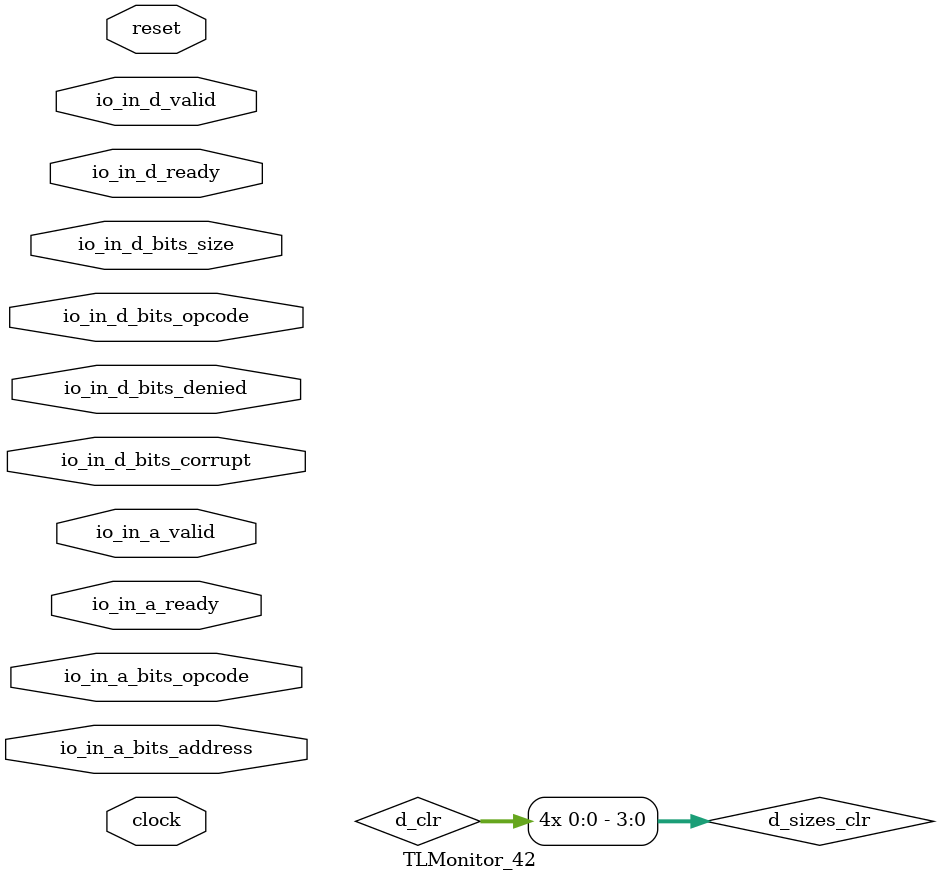
<source format=sv>

`ifndef STOP_COND_
  `ifdef STOP_COND
    `define STOP_COND_ (`STOP_COND)
  `else  // STOP_COND
    `define STOP_COND_ 1
  `endif // STOP_COND
`endif // not def STOP_COND_

// Users can define 'ASSERT_VERBOSE_COND' to add an extra gate to assert error printing.
`ifndef ASSERT_VERBOSE_COND_
  `ifdef ASSERT_VERBOSE_COND
    `define ASSERT_VERBOSE_COND_ (`ASSERT_VERBOSE_COND)
  `else  // ASSERT_VERBOSE_COND
    `define ASSERT_VERBOSE_COND_ 1
  `endif // ASSERT_VERBOSE_COND
`endif // not def ASSERT_VERBOSE_COND_

// Include register initializers in init blocks unless synthesis is set
`ifndef RANDOMIZE
  `ifdef RANDOMIZE_REG_INIT
    `define RANDOMIZE
  `endif // RANDOMIZE_REG_INIT
`endif // not def RANDOMIZE
`ifndef SYNTHESIS
  `ifndef ENABLE_INITIAL_REG_
    `define ENABLE_INITIAL_REG_
  `endif // not def ENABLE_INITIAL_REG_
`endif // not def SYNTHESIS

// Standard header to adapt well known macros for register randomization.

// RANDOM may be set to an expression that produces a 32-bit random unsigned value.
`ifndef RANDOM
  `define RANDOM $random
`endif // not def RANDOM

// Users can define INIT_RANDOM as general code that gets injected into the
// initializer block for modules with registers.
`ifndef INIT_RANDOM
  `define INIT_RANDOM
`endif // not def INIT_RANDOM

// If using random initialization, you can also define RANDOMIZE_DELAY to
// customize the delay used, otherwise 0.002 is used.
`ifndef RANDOMIZE_DELAY
  `define RANDOMIZE_DELAY 0.002
`endif // not def RANDOMIZE_DELAY

// Define INIT_RANDOM_PROLOG_ for use in our modules below.
`ifndef INIT_RANDOM_PROLOG_
  `ifdef RANDOMIZE
    `ifdef VERILATOR
      `define INIT_RANDOM_PROLOG_ `INIT_RANDOM
    `else  // VERILATOR
      `define INIT_RANDOM_PROLOG_ `INIT_RANDOM #`RANDOMIZE_DELAY begin end
    `endif // VERILATOR
  `else  // RANDOMIZE
    `define INIT_RANDOM_PROLOG_
  `endif // RANDOMIZE
`endif // not def INIT_RANDOM_PROLOG_
module TLMonitor_42(	// @[generators/rocket-chip/src/main/scala/tilelink/Monitor.scala:36:7]
  input         clock,	// @[generators/rocket-chip/src/main/scala/tilelink/Monitor.scala:36:7]
  input         reset,	// @[generators/rocket-chip/src/main/scala/tilelink/Monitor.scala:36:7]
  input         io_in_a_ready,	// @[generators/rocket-chip/src/main/scala/tilelink/Monitor.scala:20:14]
  input         io_in_a_valid,	// @[generators/rocket-chip/src/main/scala/tilelink/Monitor.scala:20:14]
  input [2:0]   io_in_a_bits_opcode,	// @[generators/rocket-chip/src/main/scala/tilelink/Monitor.scala:20:14]
  input [127:0] io_in_a_bits_address,	// @[generators/rocket-chip/src/main/scala/tilelink/Monitor.scala:20:14]
  input         io_in_d_ready,	// @[generators/rocket-chip/src/main/scala/tilelink/Monitor.scala:20:14]
  input         io_in_d_valid,	// @[generators/rocket-chip/src/main/scala/tilelink/Monitor.scala:20:14]
  input [2:0]   io_in_d_bits_opcode,	// @[generators/rocket-chip/src/main/scala/tilelink/Monitor.scala:20:14]
  input [1:0]   io_in_d_bits_size,	// @[generators/rocket-chip/src/main/scala/tilelink/Monitor.scala:20:14]
  input         io_in_d_bits_denied,	// @[generators/rocket-chip/src/main/scala/tilelink/Monitor.scala:20:14]
  input         io_in_d_bits_corrupt	// @[generators/rocket-chip/src/main/scala/tilelink/Monitor.scala:20:14]
);

  wire [31:0]  _plusarg_reader_1_out;	// @[generators/rocket-chip/src/main/scala/util/PlusArg.scala:80:11]
  wire [31:0]  _plusarg_reader_out;	// @[generators/rocket-chip/src/main/scala/util/PlusArg.scala:80:11]
  wire         a_first_done = io_in_a_ready & io_in_a_valid;	// @[src/main/scala/chisel3/util/Decoupled.scala:51:35]
  reg          a_first_counter;	// @[generators/rocket-chip/src/main/scala/tilelink/Edges.scala:229:27]
  reg  [2:0]   opcode;	// @[generators/rocket-chip/src/main/scala/tilelink/Monitor.scala:387:22]
  reg  [127:0] address;	// @[generators/rocket-chip/src/main/scala/tilelink/Monitor.scala:391:22]
  reg          d_first_counter;	// @[generators/rocket-chip/src/main/scala/tilelink/Edges.scala:229:27]
  reg  [2:0]   opcode_1;	// @[generators/rocket-chip/src/main/scala/tilelink/Monitor.scala:538:22]
  reg  [1:0]   size_1;	// @[generators/rocket-chip/src/main/scala/tilelink/Monitor.scala:540:22]
  reg          denied;	// @[generators/rocket-chip/src/main/scala/tilelink/Monitor.scala:543:22]
  reg  [1:0]   inflight;	// @[generators/rocket-chip/src/main/scala/tilelink/Monitor.scala:614:27]
  reg  [3:0]   inflight_opcodes;	// @[generators/rocket-chip/src/main/scala/tilelink/Monitor.scala:616:35]
  reg  [3:0]   inflight_sizes;	// @[generators/rocket-chip/src/main/scala/tilelink/Monitor.scala:618:33]
  reg          a_first_counter_1;	// @[generators/rocket-chip/src/main/scala/tilelink/Edges.scala:229:27]
  reg          d_first_counter_1;	// @[generators/rocket-chip/src/main/scala/tilelink/Edges.scala:229:27]
  wire         a_set = a_first_done & ~a_first_counter_1;	// @[generators/rocket-chip/src/main/scala/tilelink/Edges.scala:229:27, :231:25, generators/rocket-chip/src/main/scala/tilelink/Monitor.scala:655:25, src/main/scala/chisel3/util/Decoupled.scala:51:35]
  wire         d_release_ack = io_in_d_bits_opcode == 3'h6;	// @[generators/rocket-chip/src/main/scala/tilelink/Monitor.scala:36:7, :673:46]
  wire         _GEN = io_in_d_bits_opcode != 3'h6;	// @[generators/rocket-chip/src/main/scala/tilelink/Monitor.scala:36:7, :673:46, :674:74]
  reg  [31:0]  watchdog;	// @[generators/rocket-chip/src/main/scala/tilelink/Monitor.scala:709:27]
  reg  [1:0]   inflight_1;	// @[generators/rocket-chip/src/main/scala/tilelink/Monitor.scala:726:35]
  reg  [3:0]   inflight_sizes_1;	// @[generators/rocket-chip/src/main/scala/tilelink/Monitor.scala:728:35]
  reg          d_first_counter_2;	// @[generators/rocket-chip/src/main/scala/tilelink/Edges.scala:229:27]
  reg  [31:0]  watchdog_1;	// @[generators/rocket-chip/src/main/scala/tilelink/Monitor.scala:818:27]
  `ifndef SYNTHESIS	// @[generators/rocket-chip/src/main/scala/tilelink/Monitor.scala:45:11]
    wire [7:0][2:0] _GEN_0 = '{3'h4, 3'h5, 3'h2, 3'h1, 3'h1, 3'h1, 3'h0, 3'h0};
    wire [7:0][2:0] _GEN_1 = '{3'h4, 3'h4, 3'h2, 3'h1, 3'h1, 3'h1, 3'h0, 3'h0};
    wire            _GEN_2 = io_in_a_valid & io_in_a_bits_opcode == 3'h6 & ~reset;	// @[generators/rocket-chip/src/main/scala/tilelink/Monitor.scala:36:7, :45:11, :84:{25,54}]
    wire            _GEN_3 = io_in_a_valid & (&io_in_a_bits_opcode) & ~reset;	// @[generators/rocket-chip/src/main/scala/tilelink/Monitor.scala:45:11, :95:{25,53}]
    wire            _GEN_4 = io_in_a_valid & io_in_a_bits_opcode == 3'h1 & ~reset;	// @[generators/rocket-chip/src/main/scala/tilelink/Monitor.scala:36:7, :45:11, :125:{25,56}]
    wire            _GEN_5 = io_in_a_valid & io_in_a_bits_opcode == 3'h2 & ~reset;	// @[generators/rocket-chip/src/main/scala/tilelink/Monitor.scala:36:7, :45:11, :133:{25,56}]
    wire            _GEN_6 = io_in_a_valid & io_in_a_bits_opcode == 3'h3 & ~reset;	// @[generators/rocket-chip/src/main/scala/tilelink/Monitor.scala:36:7, :45:11, :141:{25,53}]
    wire            _GEN_7 = io_in_a_valid & io_in_a_bits_opcode == 3'h5 & ~reset;	// @[generators/rocket-chip/src/main/scala/tilelink/Monitor.scala:36:7, :45:11, :149:{25,46}]
    wire            _GEN_8 = io_in_d_valid & io_in_d_bits_opcode == 3'h6 & ~reset;	// @[generators/rocket-chip/src/main/scala/tilelink/Monitor.scala:36:7, :45:11, :52:11, :313:{25,52}]
    wire            _GEN_9 = io_in_d_valid & io_in_d_bits_opcode == 3'h4 & ~reset;	// @[generators/rocket-chip/src/main/scala/tilelink/Monitor.scala:36:7, :45:11, :52:11, :321:{25,47}]
    wire            _GEN_10 = io_in_d_valid & io_in_d_bits_opcode == 3'h5 & ~reset;	// @[generators/rocket-chip/src/main/scala/tilelink/Monitor.scala:36:7, :45:11, :52:11, :331:{25,51}]
    wire            _GEN_11 = ~io_in_d_bits_denied | io_in_d_bits_corrupt;	// @[generators/rocket-chip/src/main/scala/tilelink/Monitor.scala:337:{15,30}]
    wire            _GEN_12 = io_in_a_valid & a_first_counter & ~reset;	// @[generators/rocket-chip/src/main/scala/tilelink/Edges.scala:229:27, generators/rocket-chip/src/main/scala/tilelink/Monitor.scala:45:11, :392:19]
    wire            _GEN_13 = io_in_d_valid & d_first_counter & ~reset;	// @[generators/rocket-chip/src/main/scala/tilelink/Edges.scala:229:27, generators/rocket-chip/src/main/scala/tilelink/Monitor.scala:45:11, :52:11, :544:19]
    wire            _same_cycle_resp_T_1 = io_in_a_valid & ~a_first_counter_1;	// @[generators/rocket-chip/src/main/scala/tilelink/Edges.scala:229:27, :231:25, generators/rocket-chip/src/main/scala/tilelink/Monitor.scala:651:26]
    wire            _GEN_14 = io_in_d_valid & ~d_first_counter_1;	// @[generators/rocket-chip/src/main/scala/tilelink/Edges.scala:229:27, :231:25, generators/rocket-chip/src/main/scala/tilelink/Monitor.scala:674:26]
    wire            _GEN_15 = _GEN_14 & _GEN;	// @[generators/rocket-chip/src/main/scala/tilelink/Monitor.scala:673:46, :674:{26,74}, :683:71]
    wire            _GEN_16 = _GEN_15 & _same_cycle_resp_T_1 & ~reset;	// @[generators/rocket-chip/src/main/scala/tilelink/Monitor.scala:45:11, :52:11, :651:26, :683:71, :687:30]
    wire            _GEN_17 = _GEN_15 & ~_same_cycle_resp_T_1 & ~reset;	// @[generators/rocket-chip/src/main/scala/tilelink/Monitor.scala:45:11, :52:11, :651:26, :683:71, :687:30]
    wire [3:0]      _GEN_18 = {2'h0, io_in_d_bits_size};	// @[generators/rocket-chip/src/main/scala/tilelink/Monitor.scala:52:11, :694:36]
    wire            _GEN_19 = io_in_d_valid & ~d_first_counter_2 & d_release_ack & ~reset;	// @[generators/rocket-chip/src/main/scala/tilelink/Edges.scala:229:27, :231:25, generators/rocket-chip/src/main/scala/tilelink/Monitor.scala:45:11, :52:11, :673:46, :784:26, :794:71]
    always @(posedge clock) begin	// @[generators/rocket-chip/src/main/scala/tilelink/Monitor.scala:45:11]
      if (_GEN_2) begin	// @[generators/rocket-chip/src/main/scala/tilelink/Monitor.scala:45:11, :84:54]
        if (`ASSERT_VERBOSE_COND_)	// @[generators/rocket-chip/src/main/scala/tilelink/Monitor.scala:45:11]
          $error("Assertion failed: 'A' channel carries AcquireBlock type which is unexpected using diplomatic parameters (connected at generators/rocket-chip/src/main/scala/devices/tilelink/BusBypass.scala:33:14)\n    at Monitor.scala:45 assert(cond, message)\n");	// @[generators/rocket-chip/src/main/scala/tilelink/Monitor.scala:45:11]
        if (`STOP_COND_)	// @[generators/rocket-chip/src/main/scala/tilelink/Monitor.scala:45:11]
          $fatal;	// @[generators/rocket-chip/src/main/scala/tilelink/Monitor.scala:45:11]
        if (`ASSERT_VERBOSE_COND_)	// @[generators/rocket-chip/src/main/scala/tilelink/Monitor.scala:45:11]
          $error("Assertion failed: 'A' channel carries AcquireBlock from a client which does not support Probe (connected at generators/rocket-chip/src/main/scala/devices/tilelink/BusBypass.scala:33:14)\n    at Monitor.scala:45 assert(cond, message)\n");	// @[generators/rocket-chip/src/main/scala/tilelink/Monitor.scala:45:11]
        if (`STOP_COND_)	// @[generators/rocket-chip/src/main/scala/tilelink/Monitor.scala:45:11]
          $fatal;	// @[generators/rocket-chip/src/main/scala/tilelink/Monitor.scala:45:11]
      end
      if (_GEN_2 & (|(io_in_a_bits_address[1:0]))) begin	// @[generators/rocket-chip/src/main/scala/tilelink/Edges.scala:21:{16,24}, generators/rocket-chip/src/main/scala/tilelink/Monitor.scala:45:11, :84:54]
        if (`ASSERT_VERBOSE_COND_)	// @[generators/rocket-chip/src/main/scala/tilelink/Monitor.scala:45:11]
          $error("Assertion failed: 'A' channel AcquireBlock address not aligned to size (connected at generators/rocket-chip/src/main/scala/devices/tilelink/BusBypass.scala:33:14)\n    at Monitor.scala:45 assert(cond, message)\n");	// @[generators/rocket-chip/src/main/scala/tilelink/Monitor.scala:45:11]
        if (`STOP_COND_)	// @[generators/rocket-chip/src/main/scala/tilelink/Monitor.scala:45:11]
          $fatal;	// @[generators/rocket-chip/src/main/scala/tilelink/Monitor.scala:45:11]
      end
      if (_GEN_3) begin	// @[generators/rocket-chip/src/main/scala/tilelink/Monitor.scala:45:11, :95:53]
        if (`ASSERT_VERBOSE_COND_)	// @[generators/rocket-chip/src/main/scala/tilelink/Monitor.scala:45:11]
          $error("Assertion failed: 'A' channel carries AcquirePerm type which is unexpected using diplomatic parameters (connected at generators/rocket-chip/src/main/scala/devices/tilelink/BusBypass.scala:33:14)\n    at Monitor.scala:45 assert(cond, message)\n");	// @[generators/rocket-chip/src/main/scala/tilelink/Monitor.scala:45:11]
        if (`STOP_COND_)	// @[generators/rocket-chip/src/main/scala/tilelink/Monitor.scala:45:11]
          $fatal;	// @[generators/rocket-chip/src/main/scala/tilelink/Monitor.scala:45:11]
        if (`ASSERT_VERBOSE_COND_)	// @[generators/rocket-chip/src/main/scala/tilelink/Monitor.scala:45:11]
          $error("Assertion failed: 'A' channel carries AcquirePerm from a client which does not support Probe (connected at generators/rocket-chip/src/main/scala/devices/tilelink/BusBypass.scala:33:14)\n    at Monitor.scala:45 assert(cond, message)\n");	// @[generators/rocket-chip/src/main/scala/tilelink/Monitor.scala:45:11]
        if (`STOP_COND_)	// @[generators/rocket-chip/src/main/scala/tilelink/Monitor.scala:45:11]
          $fatal;	// @[generators/rocket-chip/src/main/scala/tilelink/Monitor.scala:45:11]
      end
      if (_GEN_3 & (|(io_in_a_bits_address[1:0]))) begin	// @[generators/rocket-chip/src/main/scala/tilelink/Edges.scala:21:{16,24}, generators/rocket-chip/src/main/scala/tilelink/Monitor.scala:45:11, :95:53]
        if (`ASSERT_VERBOSE_COND_)	// @[generators/rocket-chip/src/main/scala/tilelink/Monitor.scala:45:11]
          $error("Assertion failed: 'A' channel AcquirePerm address not aligned to size (connected at generators/rocket-chip/src/main/scala/devices/tilelink/BusBypass.scala:33:14)\n    at Monitor.scala:45 assert(cond, message)\n");	// @[generators/rocket-chip/src/main/scala/tilelink/Monitor.scala:45:11]
        if (`STOP_COND_)	// @[generators/rocket-chip/src/main/scala/tilelink/Monitor.scala:45:11]
          $fatal;	// @[generators/rocket-chip/src/main/scala/tilelink/Monitor.scala:45:11]
      end
      if (_GEN_3) begin	// @[generators/rocket-chip/src/main/scala/tilelink/Monitor.scala:45:11, :95:53]
        if (`ASSERT_VERBOSE_COND_)	// @[generators/rocket-chip/src/main/scala/tilelink/Monitor.scala:45:11]
          $error("Assertion failed: 'A' channel AcquirePerm requests NtoB (connected at generators/rocket-chip/src/main/scala/devices/tilelink/BusBypass.scala:33:14)\n    at Monitor.scala:45 assert(cond, message)\n");	// @[generators/rocket-chip/src/main/scala/tilelink/Monitor.scala:45:11]
        if (`STOP_COND_)	// @[generators/rocket-chip/src/main/scala/tilelink/Monitor.scala:45:11]
          $fatal;	// @[generators/rocket-chip/src/main/scala/tilelink/Monitor.scala:45:11]
      end
      if (io_in_a_valid & io_in_a_bits_opcode == 3'h4 & ~reset & (|(io_in_a_bits_address[1:0]))) begin	// @[generators/rocket-chip/src/main/scala/tilelink/Edges.scala:21:{16,24}, generators/rocket-chip/src/main/scala/tilelink/Monitor.scala:36:7, :45:11, :107:{25,45}]
        if (`ASSERT_VERBOSE_COND_)	// @[generators/rocket-chip/src/main/scala/tilelink/Monitor.scala:45:11]
          $error("Assertion failed: 'A' channel Get address not aligned to size (connected at generators/rocket-chip/src/main/scala/devices/tilelink/BusBypass.scala:33:14)\n    at Monitor.scala:45 assert(cond, message)\n");	// @[generators/rocket-chip/src/main/scala/tilelink/Monitor.scala:45:11]
        if (`STOP_COND_)	// @[generators/rocket-chip/src/main/scala/tilelink/Monitor.scala:45:11]
          $fatal;	// @[generators/rocket-chip/src/main/scala/tilelink/Monitor.scala:45:11]
      end
      if (io_in_a_valid & io_in_a_bits_opcode == 3'h0 & ~reset & (|(io_in_a_bits_address[1:0]))) begin	// @[generators/rocket-chip/src/main/scala/tilelink/Edges.scala:21:{16,24}, generators/rocket-chip/src/main/scala/tilelink/Monitor.scala:36:7, :45:11, :117:{25,53}]
        if (`ASSERT_VERBOSE_COND_)	// @[generators/rocket-chip/src/main/scala/tilelink/Monitor.scala:45:11]
          $error("Assertion failed: 'A' channel PutFull address not aligned to size (connected at generators/rocket-chip/src/main/scala/devices/tilelink/BusBypass.scala:33:14)\n    at Monitor.scala:45 assert(cond, message)\n");	// @[generators/rocket-chip/src/main/scala/tilelink/Monitor.scala:45:11]
        if (`STOP_COND_)	// @[generators/rocket-chip/src/main/scala/tilelink/Monitor.scala:45:11]
          $fatal;	// @[generators/rocket-chip/src/main/scala/tilelink/Monitor.scala:45:11]
      end
      if (_GEN_4) begin	// @[generators/rocket-chip/src/main/scala/tilelink/Monitor.scala:45:11, :125:56]
        if (`ASSERT_VERBOSE_COND_)	// @[generators/rocket-chip/src/main/scala/tilelink/Monitor.scala:45:11]
          $error("Assertion failed: 'A' channel carries PutPartial type which is unexpected using diplomatic parameters (connected at generators/rocket-chip/src/main/scala/devices/tilelink/BusBypass.scala:33:14)\n    at Monitor.scala:45 assert(cond, message)\n");	// @[generators/rocket-chip/src/main/scala/tilelink/Monitor.scala:45:11]
        if (`STOP_COND_)	// @[generators/rocket-chip/src/main/scala/tilelink/Monitor.scala:45:11]
          $fatal;	// @[generators/rocket-chip/src/main/scala/tilelink/Monitor.scala:45:11]
      end
      if (_GEN_4 & (|(io_in_a_bits_address[1:0]))) begin	// @[generators/rocket-chip/src/main/scala/tilelink/Edges.scala:21:{16,24}, generators/rocket-chip/src/main/scala/tilelink/Monitor.scala:45:11, :125:56]
        if (`ASSERT_VERBOSE_COND_)	// @[generators/rocket-chip/src/main/scala/tilelink/Monitor.scala:45:11]
          $error("Assertion failed: 'A' channel PutPartial address not aligned to size (connected at generators/rocket-chip/src/main/scala/devices/tilelink/BusBypass.scala:33:14)\n    at Monitor.scala:45 assert(cond, message)\n");	// @[generators/rocket-chip/src/main/scala/tilelink/Monitor.scala:45:11]
        if (`STOP_COND_)	// @[generators/rocket-chip/src/main/scala/tilelink/Monitor.scala:45:11]
          $fatal;	// @[generators/rocket-chip/src/main/scala/tilelink/Monitor.scala:45:11]
      end
      if (_GEN_5) begin	// @[generators/rocket-chip/src/main/scala/tilelink/Monitor.scala:45:11, :133:56]
        if (`ASSERT_VERBOSE_COND_)	// @[generators/rocket-chip/src/main/scala/tilelink/Monitor.scala:45:11]
          $error("Assertion failed: 'A' channel carries Arithmetic type which is unexpected using diplomatic parameters (connected at generators/rocket-chip/src/main/scala/devices/tilelink/BusBypass.scala:33:14)\n    at Monitor.scala:45 assert(cond, message)\n");	// @[generators/rocket-chip/src/main/scala/tilelink/Monitor.scala:45:11]
        if (`STOP_COND_)	// @[generators/rocket-chip/src/main/scala/tilelink/Monitor.scala:45:11]
          $fatal;	// @[generators/rocket-chip/src/main/scala/tilelink/Monitor.scala:45:11]
      end
      if (_GEN_5 & (|(io_in_a_bits_address[1:0]))) begin	// @[generators/rocket-chip/src/main/scala/tilelink/Edges.scala:21:{16,24}, generators/rocket-chip/src/main/scala/tilelink/Monitor.scala:45:11, :133:56]
        if (`ASSERT_VERBOSE_COND_)	// @[generators/rocket-chip/src/main/scala/tilelink/Monitor.scala:45:11]
          $error("Assertion failed: 'A' channel Arithmetic address not aligned to size (connected at generators/rocket-chip/src/main/scala/devices/tilelink/BusBypass.scala:33:14)\n    at Monitor.scala:45 assert(cond, message)\n");	// @[generators/rocket-chip/src/main/scala/tilelink/Monitor.scala:45:11]
        if (`STOP_COND_)	// @[generators/rocket-chip/src/main/scala/tilelink/Monitor.scala:45:11]
          $fatal;	// @[generators/rocket-chip/src/main/scala/tilelink/Monitor.scala:45:11]
      end
      if (_GEN_6) begin	// @[generators/rocket-chip/src/main/scala/tilelink/Monitor.scala:45:11, :141:53]
        if (`ASSERT_VERBOSE_COND_)	// @[generators/rocket-chip/src/main/scala/tilelink/Monitor.scala:45:11]
          $error("Assertion failed: 'A' channel carries Logical type which is unexpected using diplomatic parameters (connected at generators/rocket-chip/src/main/scala/devices/tilelink/BusBypass.scala:33:14)\n    at Monitor.scala:45 assert(cond, message)\n");	// @[generators/rocket-chip/src/main/scala/tilelink/Monitor.scala:45:11]
        if (`STOP_COND_)	// @[generators/rocket-chip/src/main/scala/tilelink/Monitor.scala:45:11]
          $fatal;	// @[generators/rocket-chip/src/main/scala/tilelink/Monitor.scala:45:11]
      end
      if (_GEN_6 & (|(io_in_a_bits_address[1:0]))) begin	// @[generators/rocket-chip/src/main/scala/tilelink/Edges.scala:21:{16,24}, generators/rocket-chip/src/main/scala/tilelink/Monitor.scala:45:11, :141:53]
        if (`ASSERT_VERBOSE_COND_)	// @[generators/rocket-chip/src/main/scala/tilelink/Monitor.scala:45:11]
          $error("Assertion failed: 'A' channel Logical address not aligned to size (connected at generators/rocket-chip/src/main/scala/devices/tilelink/BusBypass.scala:33:14)\n    at Monitor.scala:45 assert(cond, message)\n");	// @[generators/rocket-chip/src/main/scala/tilelink/Monitor.scala:45:11]
        if (`STOP_COND_)	// @[generators/rocket-chip/src/main/scala/tilelink/Monitor.scala:45:11]
          $fatal;	// @[generators/rocket-chip/src/main/scala/tilelink/Monitor.scala:45:11]
      end
      if (_GEN_7) begin	// @[generators/rocket-chip/src/main/scala/tilelink/Monitor.scala:45:11, :149:46]
        if (`ASSERT_VERBOSE_COND_)	// @[generators/rocket-chip/src/main/scala/tilelink/Monitor.scala:45:11]
          $error("Assertion failed: 'A' channel carries Hint type which is unexpected using diplomatic parameters (connected at generators/rocket-chip/src/main/scala/devices/tilelink/BusBypass.scala:33:14)\n    at Monitor.scala:45 assert(cond, message)\n");	// @[generators/rocket-chip/src/main/scala/tilelink/Monitor.scala:45:11]
        if (`STOP_COND_)	// @[generators/rocket-chip/src/main/scala/tilelink/Monitor.scala:45:11]
          $fatal;	// @[generators/rocket-chip/src/main/scala/tilelink/Monitor.scala:45:11]
      end
      if (_GEN_7 & (|(io_in_a_bits_address[1:0]))) begin	// @[generators/rocket-chip/src/main/scala/tilelink/Edges.scala:21:{16,24}, generators/rocket-chip/src/main/scala/tilelink/Monitor.scala:45:11, :149:46]
        if (`ASSERT_VERBOSE_COND_)	// @[generators/rocket-chip/src/main/scala/tilelink/Monitor.scala:45:11]
          $error("Assertion failed: 'A' channel Hint address not aligned to size (connected at generators/rocket-chip/src/main/scala/devices/tilelink/BusBypass.scala:33:14)\n    at Monitor.scala:45 assert(cond, message)\n");	// @[generators/rocket-chip/src/main/scala/tilelink/Monitor.scala:45:11]
        if (`STOP_COND_)	// @[generators/rocket-chip/src/main/scala/tilelink/Monitor.scala:45:11]
          $fatal;	// @[generators/rocket-chip/src/main/scala/tilelink/Monitor.scala:45:11]
      end
      if (io_in_d_valid & ~reset & (&io_in_d_bits_opcode)) begin	// @[generators/rocket-chip/src/main/scala/tilelink/Bundles.scala:45:24, generators/rocket-chip/src/main/scala/tilelink/Monitor.scala:45:11, :52:11]
        if (`ASSERT_VERBOSE_COND_)	// @[generators/rocket-chip/src/main/scala/tilelink/Monitor.scala:52:11]
          $error("Assertion failed: 'D' channel has invalid opcode (connected at generators/rocket-chip/src/main/scala/devices/tilelink/BusBypass.scala:33:14)\n    at Monitor.scala:52 assert(cond, message)\n");	// @[generators/rocket-chip/src/main/scala/tilelink/Monitor.scala:52:11]
        if (`STOP_COND_)	// @[generators/rocket-chip/src/main/scala/tilelink/Monitor.scala:52:11]
          $fatal;	// @[generators/rocket-chip/src/main/scala/tilelink/Monitor.scala:52:11]
      end
      if (_GEN_8 & ~(io_in_d_bits_size[1])) begin	// @[generators/rocket-chip/src/main/scala/tilelink/Monitor.scala:52:11, :313:52, :315:27]
        if (`ASSERT_VERBOSE_COND_)	// @[generators/rocket-chip/src/main/scala/tilelink/Monitor.scala:52:11]
          $error("Assertion failed: 'D' channel ReleaseAck smaller than a beat (connected at generators/rocket-chip/src/main/scala/devices/tilelink/BusBypass.scala:33:14)\n    at Monitor.scala:52 assert(cond, message)\n");	// @[generators/rocket-chip/src/main/scala/tilelink/Monitor.scala:52:11]
        if (`STOP_COND_)	// @[generators/rocket-chip/src/main/scala/tilelink/Monitor.scala:52:11]
          $fatal;	// @[generators/rocket-chip/src/main/scala/tilelink/Monitor.scala:52:11]
      end
      if (_GEN_8 & io_in_d_bits_corrupt) begin	// @[generators/rocket-chip/src/main/scala/tilelink/Monitor.scala:52:11, :313:52]
        if (`ASSERT_VERBOSE_COND_)	// @[generators/rocket-chip/src/main/scala/tilelink/Monitor.scala:52:11]
          $error("Assertion failed: 'D' channel ReleaseAck is corrupt (connected at generators/rocket-chip/src/main/scala/devices/tilelink/BusBypass.scala:33:14)\n    at Monitor.scala:52 assert(cond, message)\n");	// @[generators/rocket-chip/src/main/scala/tilelink/Monitor.scala:52:11]
        if (`STOP_COND_)	// @[generators/rocket-chip/src/main/scala/tilelink/Monitor.scala:52:11]
          $fatal;	// @[generators/rocket-chip/src/main/scala/tilelink/Monitor.scala:52:11]
      end
      if (_GEN_8 & io_in_d_bits_denied) begin	// @[generators/rocket-chip/src/main/scala/tilelink/Monitor.scala:52:11, :313:52]
        if (`ASSERT_VERBOSE_COND_)	// @[generators/rocket-chip/src/main/scala/tilelink/Monitor.scala:52:11]
          $error("Assertion failed: 'D' channel ReleaseAck is denied (connected at generators/rocket-chip/src/main/scala/devices/tilelink/BusBypass.scala:33:14)\n    at Monitor.scala:52 assert(cond, message)\n");	// @[generators/rocket-chip/src/main/scala/tilelink/Monitor.scala:52:11]
        if (`STOP_COND_)	// @[generators/rocket-chip/src/main/scala/tilelink/Monitor.scala:52:11]
          $fatal;	// @[generators/rocket-chip/src/main/scala/tilelink/Monitor.scala:52:11]
      end
      if (_GEN_9 & ~(io_in_d_bits_size[1])) begin	// @[generators/rocket-chip/src/main/scala/tilelink/Monitor.scala:52:11, :315:27, :321:47]
        if (`ASSERT_VERBOSE_COND_)	// @[generators/rocket-chip/src/main/scala/tilelink/Monitor.scala:52:11]
          $error("Assertion failed: 'D' channel Grant smaller than a beat (connected at generators/rocket-chip/src/main/scala/devices/tilelink/BusBypass.scala:33:14)\n    at Monitor.scala:52 assert(cond, message)\n");	// @[generators/rocket-chip/src/main/scala/tilelink/Monitor.scala:52:11]
        if (`STOP_COND_)	// @[generators/rocket-chip/src/main/scala/tilelink/Monitor.scala:52:11]
          $fatal;	// @[generators/rocket-chip/src/main/scala/tilelink/Monitor.scala:52:11]
      end
      if (_GEN_9 & io_in_d_bits_corrupt) begin	// @[generators/rocket-chip/src/main/scala/tilelink/Monitor.scala:52:11, :321:47]
        if (`ASSERT_VERBOSE_COND_)	// @[generators/rocket-chip/src/main/scala/tilelink/Monitor.scala:52:11]
          $error("Assertion failed: 'D' channel Grant is corrupt (connected at generators/rocket-chip/src/main/scala/devices/tilelink/BusBypass.scala:33:14)\n    at Monitor.scala:52 assert(cond, message)\n");	// @[generators/rocket-chip/src/main/scala/tilelink/Monitor.scala:52:11]
        if (`STOP_COND_)	// @[generators/rocket-chip/src/main/scala/tilelink/Monitor.scala:52:11]
          $fatal;	// @[generators/rocket-chip/src/main/scala/tilelink/Monitor.scala:52:11]
      end
      if (_GEN_10 & ~(io_in_d_bits_size[1])) begin	// @[generators/rocket-chip/src/main/scala/tilelink/Monitor.scala:52:11, :315:27, :331:51]
        if (`ASSERT_VERBOSE_COND_)	// @[generators/rocket-chip/src/main/scala/tilelink/Monitor.scala:52:11]
          $error("Assertion failed: 'D' channel GrantData smaller than a beat (connected at generators/rocket-chip/src/main/scala/devices/tilelink/BusBypass.scala:33:14)\n    at Monitor.scala:52 assert(cond, message)\n");	// @[generators/rocket-chip/src/main/scala/tilelink/Monitor.scala:52:11]
        if (`STOP_COND_)	// @[generators/rocket-chip/src/main/scala/tilelink/Monitor.scala:52:11]
          $fatal;	// @[generators/rocket-chip/src/main/scala/tilelink/Monitor.scala:52:11]
      end
      if (_GEN_10 & ~_GEN_11) begin	// @[generators/rocket-chip/src/main/scala/tilelink/Monitor.scala:52:11, :331:51, :337:30]
        if (`ASSERT_VERBOSE_COND_)	// @[generators/rocket-chip/src/main/scala/tilelink/Monitor.scala:52:11]
          $error("Assertion failed: 'D' channel GrantData is denied but not corrupt (connected at generators/rocket-chip/src/main/scala/devices/tilelink/BusBypass.scala:33:14)\n    at Monitor.scala:52 assert(cond, message)\n");	// @[generators/rocket-chip/src/main/scala/tilelink/Monitor.scala:52:11]
        if (`STOP_COND_)	// @[generators/rocket-chip/src/main/scala/tilelink/Monitor.scala:52:11]
          $fatal;	// @[generators/rocket-chip/src/main/scala/tilelink/Monitor.scala:52:11]
      end
      if (io_in_d_valid & io_in_d_bits_opcode == 3'h0 & ~reset & io_in_d_bits_corrupt) begin	// @[generators/rocket-chip/src/main/scala/tilelink/Monitor.scala:36:7, :45:11, :52:11, :341:{25,51}]
        if (`ASSERT_VERBOSE_COND_)	// @[generators/rocket-chip/src/main/scala/tilelink/Monitor.scala:52:11]
          $error("Assertion failed: 'D' channel AccessAck is corrupt (connected at generators/rocket-chip/src/main/scala/devices/tilelink/BusBypass.scala:33:14)\n    at Monitor.scala:52 assert(cond, message)\n");	// @[generators/rocket-chip/src/main/scala/tilelink/Monitor.scala:52:11]
        if (`STOP_COND_)	// @[generators/rocket-chip/src/main/scala/tilelink/Monitor.scala:52:11]
          $fatal;	// @[generators/rocket-chip/src/main/scala/tilelink/Monitor.scala:52:11]
      end
      if (io_in_d_valid & io_in_d_bits_opcode == 3'h1 & ~reset & ~_GEN_11) begin	// @[generators/rocket-chip/src/main/scala/tilelink/Monitor.scala:36:7, :45:11, :52:11, :337:30, :349:{25,55}]
        if (`ASSERT_VERBOSE_COND_)	// @[generators/rocket-chip/src/main/scala/tilelink/Monitor.scala:52:11]
          $error("Assertion failed: 'D' channel AccessAckData is denied but not corrupt (connected at generators/rocket-chip/src/main/scala/devices/tilelink/BusBypass.scala:33:14)\n    at Monitor.scala:52 assert(cond, message)\n");	// @[generators/rocket-chip/src/main/scala/tilelink/Monitor.scala:52:11]
        if (`STOP_COND_)	// @[generators/rocket-chip/src/main/scala/tilelink/Monitor.scala:52:11]
          $fatal;	// @[generators/rocket-chip/src/main/scala/tilelink/Monitor.scala:52:11]
      end
      if (io_in_d_valid & io_in_d_bits_opcode == 3'h2 & ~reset & io_in_d_bits_corrupt) begin	// @[generators/rocket-chip/src/main/scala/tilelink/Monitor.scala:36:7, :45:11, :52:11, :357:{25,49}]
        if (`ASSERT_VERBOSE_COND_)	// @[generators/rocket-chip/src/main/scala/tilelink/Monitor.scala:52:11]
          $error("Assertion failed: 'D' channel HintAck is corrupt (connected at generators/rocket-chip/src/main/scala/devices/tilelink/BusBypass.scala:33:14)\n    at Monitor.scala:52 assert(cond, message)\n");	// @[generators/rocket-chip/src/main/scala/tilelink/Monitor.scala:52:11]
        if (`STOP_COND_)	// @[generators/rocket-chip/src/main/scala/tilelink/Monitor.scala:52:11]
          $fatal;	// @[generators/rocket-chip/src/main/scala/tilelink/Monitor.scala:52:11]
      end
      if (_GEN_12 & io_in_a_bits_opcode != opcode) begin	// @[generators/rocket-chip/src/main/scala/tilelink/Monitor.scala:45:11, :387:22, :392:19, :393:32]
        if (`ASSERT_VERBOSE_COND_)	// @[generators/rocket-chip/src/main/scala/tilelink/Monitor.scala:45:11]
          $error("Assertion failed: 'A' channel opcode changed within multibeat operation (connected at generators/rocket-chip/src/main/scala/devices/tilelink/BusBypass.scala:33:14)\n    at Monitor.scala:45 assert(cond, message)\n");	// @[generators/rocket-chip/src/main/scala/tilelink/Monitor.scala:45:11]
        if (`STOP_COND_)	// @[generators/rocket-chip/src/main/scala/tilelink/Monitor.scala:45:11]
          $fatal;	// @[generators/rocket-chip/src/main/scala/tilelink/Monitor.scala:45:11]
      end
      if (_GEN_12 & io_in_a_bits_address != address) begin	// @[generators/rocket-chip/src/main/scala/tilelink/Monitor.scala:45:11, :391:22, :392:19, :397:32]
        if (`ASSERT_VERBOSE_COND_)	// @[generators/rocket-chip/src/main/scala/tilelink/Monitor.scala:45:11]
          $error("Assertion failed: 'A' channel address changed with multibeat operation (connected at generators/rocket-chip/src/main/scala/devices/tilelink/BusBypass.scala:33:14)\n    at Monitor.scala:45 assert(cond, message)\n");	// @[generators/rocket-chip/src/main/scala/tilelink/Monitor.scala:45:11]
        if (`STOP_COND_)	// @[generators/rocket-chip/src/main/scala/tilelink/Monitor.scala:45:11]
          $fatal;	// @[generators/rocket-chip/src/main/scala/tilelink/Monitor.scala:45:11]
      end
      if (_GEN_13 & io_in_d_bits_opcode != opcode_1) begin	// @[generators/rocket-chip/src/main/scala/tilelink/Monitor.scala:52:11, :538:22, :544:19, :545:29]
        if (`ASSERT_VERBOSE_COND_)	// @[generators/rocket-chip/src/main/scala/tilelink/Monitor.scala:52:11]
          $error("Assertion failed: 'D' channel opcode changed within multibeat operation (connected at generators/rocket-chip/src/main/scala/devices/tilelink/BusBypass.scala:33:14)\n    at Monitor.scala:52 assert(cond, message)\n");	// @[generators/rocket-chip/src/main/scala/tilelink/Monitor.scala:52:11]
        if (`STOP_COND_)	// @[generators/rocket-chip/src/main/scala/tilelink/Monitor.scala:52:11]
          $fatal;	// @[generators/rocket-chip/src/main/scala/tilelink/Monitor.scala:52:11]
      end
      if (_GEN_13 & io_in_d_bits_size != size_1) begin	// @[generators/rocket-chip/src/main/scala/tilelink/Monitor.scala:52:11, :540:22, :544:19, :547:29]
        if (`ASSERT_VERBOSE_COND_)	// @[generators/rocket-chip/src/main/scala/tilelink/Monitor.scala:52:11]
          $error("Assertion failed: 'D' channel size changed within multibeat operation (connected at generators/rocket-chip/src/main/scala/devices/tilelink/BusBypass.scala:33:14)\n    at Monitor.scala:52 assert(cond, message)\n");	// @[generators/rocket-chip/src/main/scala/tilelink/Monitor.scala:52:11]
        if (`STOP_COND_)	// @[generators/rocket-chip/src/main/scala/tilelink/Monitor.scala:52:11]
          $fatal;	// @[generators/rocket-chip/src/main/scala/tilelink/Monitor.scala:52:11]
      end
      if (_GEN_13 & io_in_d_bits_denied != denied) begin	// @[generators/rocket-chip/src/main/scala/tilelink/Monitor.scala:52:11, :543:22, :544:19, :550:29]
        if (`ASSERT_VERBOSE_COND_)	// @[generators/rocket-chip/src/main/scala/tilelink/Monitor.scala:52:11]
          $error("Assertion failed: 'D' channel denied changed with multibeat operation (connected at generators/rocket-chip/src/main/scala/devices/tilelink/BusBypass.scala:33:14)\n    at Monitor.scala:52 assert(cond, message)\n");	// @[generators/rocket-chip/src/main/scala/tilelink/Monitor.scala:52:11]
        if (`STOP_COND_)	// @[generators/rocket-chip/src/main/scala/tilelink/Monitor.scala:52:11]
          $fatal;	// @[generators/rocket-chip/src/main/scala/tilelink/Monitor.scala:52:11]
      end
      if (a_set & ~reset & inflight[0]) begin	// @[generators/rocket-chip/src/main/scala/tilelink/Monitor.scala:45:11, :614:27, :655:25, :661:26]
        if (`ASSERT_VERBOSE_COND_)	// @[generators/rocket-chip/src/main/scala/tilelink/Monitor.scala:45:11]
          $error("Assertion failed: 'A' channel re-used a source ID (connected at generators/rocket-chip/src/main/scala/devices/tilelink/BusBypass.scala:33:14)\n    at Monitor.scala:45 assert(cond, message)\n");	// @[generators/rocket-chip/src/main/scala/tilelink/Monitor.scala:45:11]
        if (`STOP_COND_)	// @[generators/rocket-chip/src/main/scala/tilelink/Monitor.scala:45:11]
          $fatal;	// @[generators/rocket-chip/src/main/scala/tilelink/Monitor.scala:45:11]
      end
      if (_GEN_15 & ~reset & ~(inflight[0] | _same_cycle_resp_T_1)) begin	// @[generators/rocket-chip/src/main/scala/tilelink/Monitor.scala:45:11, :52:11, :614:27, :651:26, :661:26, :683:71, :685:49]
        if (`ASSERT_VERBOSE_COND_)	// @[generators/rocket-chip/src/main/scala/tilelink/Monitor.scala:52:11]
          $error("Assertion failed: 'D' channel acknowledged for nothing inflight (connected at generators/rocket-chip/src/main/scala/devices/tilelink/BusBypass.scala:33:14)\n    at Monitor.scala:52 assert(cond, message)\n");	// @[generators/rocket-chip/src/main/scala/tilelink/Monitor.scala:52:11]
        if (`STOP_COND_)	// @[generators/rocket-chip/src/main/scala/tilelink/Monitor.scala:52:11]
          $fatal;	// @[generators/rocket-chip/src/main/scala/tilelink/Monitor.scala:52:11]
      end
      if (_GEN_16 & ~(io_in_d_bits_opcode == _GEN_1[io_in_a_bits_opcode] | io_in_d_bits_opcode == _GEN_0[io_in_a_bits_opcode])) begin	// @[generators/rocket-chip/src/main/scala/tilelink/Monitor.scala:52:11, :687:30, :688:{38,77}, :689:39]
        if (`ASSERT_VERBOSE_COND_)	// @[generators/rocket-chip/src/main/scala/tilelink/Monitor.scala:52:11]
          $error("Assertion failed: 'D' channel contains improper opcode response (connected at generators/rocket-chip/src/main/scala/devices/tilelink/BusBypass.scala:33:14)\n    at Monitor.scala:52 assert(cond, message)\n");	// @[generators/rocket-chip/src/main/scala/tilelink/Monitor.scala:52:11]
        if (`STOP_COND_)	// @[generators/rocket-chip/src/main/scala/tilelink/Monitor.scala:52:11]
          $fatal;	// @[generators/rocket-chip/src/main/scala/tilelink/Monitor.scala:52:11]
      end
      if (_GEN_16 & io_in_d_bits_size != 2'h2) begin	// @[generators/rocket-chip/src/main/scala/tilelink/Monitor.scala:52:11, :687:30, :690:36]
        if (`ASSERT_VERBOSE_COND_)	// @[generators/rocket-chip/src/main/scala/tilelink/Monitor.scala:52:11]
          $error("Assertion failed: 'D' channel contains improper response size (connected at generators/rocket-chip/src/main/scala/devices/tilelink/BusBypass.scala:33:14)\n    at Monitor.scala:52 assert(cond, message)\n");	// @[generators/rocket-chip/src/main/scala/tilelink/Monitor.scala:52:11]
        if (`STOP_COND_)	// @[generators/rocket-chip/src/main/scala/tilelink/Monitor.scala:52:11]
          $fatal;	// @[generators/rocket-chip/src/main/scala/tilelink/Monitor.scala:52:11]
      end
      if (_GEN_17 & ~(io_in_d_bits_opcode == _GEN_1[inflight_opcodes[3:1]] | io_in_d_bits_opcode == _GEN_0[inflight_opcodes[3:1]])) begin	// @[generators/rocket-chip/src/main/scala/tilelink/Monitor.scala:52:11, :616:35, :637:152, :687:30, :692:{38,72}, :693:38]
        if (`ASSERT_VERBOSE_COND_)	// @[generators/rocket-chip/src/main/scala/tilelink/Monitor.scala:52:11]
          $error("Assertion failed: 'D' channel contains improper opcode response (connected at generators/rocket-chip/src/main/scala/devices/tilelink/BusBypass.scala:33:14)\n    at Monitor.scala:52 assert(cond, message)\n");	// @[generators/rocket-chip/src/main/scala/tilelink/Monitor.scala:52:11]
        if (`STOP_COND_)	// @[generators/rocket-chip/src/main/scala/tilelink/Monitor.scala:52:11]
          $fatal;	// @[generators/rocket-chip/src/main/scala/tilelink/Monitor.scala:52:11]
      end
      if (_GEN_17 & _GEN_18 != {1'h0, inflight_sizes[3:1]}) begin	// @[generators/rocket-chip/src/main/scala/tilelink/Monitor.scala:52:11, :618:33, :641:{19,144}, :687:30, :694:36]
        if (`ASSERT_VERBOSE_COND_)	// @[generators/rocket-chip/src/main/scala/tilelink/Monitor.scala:52:11]
          $error("Assertion failed: 'D' channel contains improper response size (connected at generators/rocket-chip/src/main/scala/devices/tilelink/BusBypass.scala:33:14)\n    at Monitor.scala:52 assert(cond, message)\n");	// @[generators/rocket-chip/src/main/scala/tilelink/Monitor.scala:52:11]
        if (`STOP_COND_)	// @[generators/rocket-chip/src/main/scala/tilelink/Monitor.scala:52:11]
          $fatal;	// @[generators/rocket-chip/src/main/scala/tilelink/Monitor.scala:52:11]
      end
      if (_GEN_14 & ~a_first_counter_1 & io_in_a_valid & _GEN & ~reset & ~(~io_in_d_ready | io_in_a_ready)) begin	// @[generators/rocket-chip/src/main/scala/tilelink/Edges.scala:229:27, :231:25, generators/rocket-chip/src/main/scala/tilelink/Monitor.scala:45:11, :52:11, :673:46, :674:{26,74}, :697:{36,47,116}, :698:{15,32}]
        if (`ASSERT_VERBOSE_COND_)	// @[generators/rocket-chip/src/main/scala/tilelink/Monitor.scala:52:11]
          $error("Assertion failed: ready check\n    at Monitor.scala:52 assert(cond, message)\n");	// @[generators/rocket-chip/src/main/scala/tilelink/Monitor.scala:52:11]
        if (`STOP_COND_)	// @[generators/rocket-chip/src/main/scala/tilelink/Monitor.scala:52:11]
          $fatal;	// @[generators/rocket-chip/src/main/scala/tilelink/Monitor.scala:52:11]
      end
      if (~reset & ~(inflight == 2'h0 | _plusarg_reader_out == 32'h0 | watchdog < _plusarg_reader_out)) begin	// @[generators/rocket-chip/src/main/scala/tilelink/Monitor.scala:45:11, :614:27, :709:27, :712:{26,30,39,47,59}, generators/rocket-chip/src/main/scala/util/PlusArg.scala:80:11]
        if (`ASSERT_VERBOSE_COND_)	// @[generators/rocket-chip/src/main/scala/tilelink/Monitor.scala:45:11]
          $error("Assertion failed: TileLink timeout expired (connected at generators/rocket-chip/src/main/scala/devices/tilelink/BusBypass.scala:33:14)\n    at Monitor.scala:45 assert(cond, message)\n");	// @[generators/rocket-chip/src/main/scala/tilelink/Monitor.scala:45:11]
        if (`STOP_COND_)	// @[generators/rocket-chip/src/main/scala/tilelink/Monitor.scala:45:11]
          $fatal;	// @[generators/rocket-chip/src/main/scala/tilelink/Monitor.scala:45:11]
      end
      if (_GEN_19 & ~(inflight_1[0])) begin	// @[generators/rocket-chip/src/main/scala/tilelink/Monitor.scala:52:11, :726:35, :784:26, :794:71, :796:25]
        if (`ASSERT_VERBOSE_COND_)	// @[generators/rocket-chip/src/main/scala/tilelink/Monitor.scala:52:11]
          $error("Assertion failed: 'D' channel acknowledged for nothing inflight (connected at generators/rocket-chip/src/main/scala/devices/tilelink/BusBypass.scala:33:14)\n    at Monitor.scala:52 assert(cond, message)\n");	// @[generators/rocket-chip/src/main/scala/tilelink/Monitor.scala:52:11]
        if (`STOP_COND_)	// @[generators/rocket-chip/src/main/scala/tilelink/Monitor.scala:52:11]
          $fatal;	// @[generators/rocket-chip/src/main/scala/tilelink/Monitor.scala:52:11]
      end
      if (_GEN_19 & _GEN_18 != {1'h0, inflight_sizes_1[3:1]}) begin	// @[generators/rocket-chip/src/main/scala/tilelink/Monitor.scala:52:11, :694:36, :728:35, :750:{21,146}, :784:26, :794:71, :800:36]
        if (`ASSERT_VERBOSE_COND_)	// @[generators/rocket-chip/src/main/scala/tilelink/Monitor.scala:52:11]
          $error("Assertion failed: 'D' channel contains improper response size (connected at generators/rocket-chip/src/main/scala/devices/tilelink/BusBypass.scala:33:14)\n    at Monitor.scala:52 assert(cond, message)\n");	// @[generators/rocket-chip/src/main/scala/tilelink/Monitor.scala:52:11]
        if (`STOP_COND_)	// @[generators/rocket-chip/src/main/scala/tilelink/Monitor.scala:52:11]
          $fatal;	// @[generators/rocket-chip/src/main/scala/tilelink/Monitor.scala:52:11]
      end
      if (~reset & ~(inflight_1 == 2'h0 | _plusarg_reader_1_out == 32'h0 | watchdog_1 < _plusarg_reader_1_out)) begin	// @[generators/rocket-chip/src/main/scala/tilelink/Monitor.scala:45:11, :726:35, :818:27, :821:{26,30,39,47,59}, generators/rocket-chip/src/main/scala/util/PlusArg.scala:80:11]
        if (`ASSERT_VERBOSE_COND_)	// @[generators/rocket-chip/src/main/scala/tilelink/Monitor.scala:45:11]
          $error("Assertion failed: TileLink timeout expired (connected at generators/rocket-chip/src/main/scala/devices/tilelink/BusBypass.scala:33:14)\n    at Monitor.scala:45 assert(cond, message)\n");	// @[generators/rocket-chip/src/main/scala/tilelink/Monitor.scala:45:11]
        if (`STOP_COND_)	// @[generators/rocket-chip/src/main/scala/tilelink/Monitor.scala:45:11]
          $fatal;	// @[generators/rocket-chip/src/main/scala/tilelink/Monitor.scala:45:11]
      end
    end // always @(posedge)
  `endif // not def SYNTHESIS
  wire         d_first_done = io_in_d_ready & io_in_d_valid;	// @[src/main/scala/chisel3/util/Decoupled.scala:51:35]
  wire         d_clr = d_first_done & ~d_first_counter_1 & _GEN;	// @[generators/rocket-chip/src/main/scala/tilelink/Edges.scala:229:27, :231:25, generators/rocket-chip/src/main/scala/tilelink/Monitor.scala:673:46, :674:74, :678:{25,70}, src/main/scala/chisel3/util/Decoupled.scala:51:35]
  wire [3:0]   d_sizes_clr = {4{d_clr}};	// @[generators/rocket-chip/src/main/scala/tilelink/Monitor.scala:668:33, :678:{25,70,89}, :680:21]
  wire         d_clr_1 = d_first_done & ~d_first_counter_2 & d_release_ack;	// @[generators/rocket-chip/src/main/scala/tilelink/Edges.scala:229:27, :231:25, generators/rocket-chip/src/main/scala/tilelink/Monitor.scala:673:46, :788:{25,70}, src/main/scala/chisel3/util/Decoupled.scala:51:35]
  always @(posedge clock) begin	// @[generators/rocket-chip/src/main/scala/tilelink/Monitor.scala:36:7]
    if (reset) begin	// @[generators/rocket-chip/src/main/scala/tilelink/Monitor.scala:36:7]
      a_first_counter <= 1'h0;	// @[generators/rocket-chip/src/main/scala/tilelink/Edges.scala:229:27]
      d_first_counter <= 1'h0;	// @[generators/rocket-chip/src/main/scala/tilelink/Edges.scala:229:27]
      inflight <= 2'h0;	// @[generators/rocket-chip/src/main/scala/tilelink/Monitor.scala:614:27]
      inflight_opcodes <= 4'h0;	// @[generators/rocket-chip/src/main/scala/tilelink/Monitor.scala:36:7, :616:35]
      inflight_sizes <= 4'h0;	// @[generators/rocket-chip/src/main/scala/tilelink/Monitor.scala:36:7, :618:33]
      a_first_counter_1 <= 1'h0;	// @[generators/rocket-chip/src/main/scala/tilelink/Edges.scala:229:27]
      d_first_counter_1 <= 1'h0;	// @[generators/rocket-chip/src/main/scala/tilelink/Edges.scala:229:27]
      watchdog <= 32'h0;	// @[generators/rocket-chip/src/main/scala/tilelink/Monitor.scala:709:27]
      inflight_1 <= 2'h0;	// @[generators/rocket-chip/src/main/scala/tilelink/Monitor.scala:726:35]
      inflight_sizes_1 <= 4'h0;	// @[generators/rocket-chip/src/main/scala/tilelink/Monitor.scala:36:7, :728:35]
      d_first_counter_2 <= 1'h0;	// @[generators/rocket-chip/src/main/scala/tilelink/Edges.scala:229:27]
      watchdog_1 <= 32'h0;	// @[generators/rocket-chip/src/main/scala/tilelink/Monitor.scala:818:27]
    end
    else begin	// @[generators/rocket-chip/src/main/scala/tilelink/Monitor.scala:36:7]
      a_first_counter <= (~a_first_done | a_first_counter - 1'h1) & a_first_counter;	// @[generators/rocket-chip/src/main/scala/tilelink/Edges.scala:229:27, :230:28, :235:17, :236:15, src/main/scala/chisel3/util/Decoupled.scala:51:35]
      d_first_counter <= (~d_first_done | d_first_counter - 1'h1) & d_first_counter;	// @[generators/rocket-chip/src/main/scala/tilelink/Edges.scala:229:27, :230:28, :235:17, :236:15, src/main/scala/chisel3/util/Decoupled.scala:51:35]
      inflight <= {1'h0, (inflight[0] | a_set) & ~d_clr};	// @[generators/rocket-chip/src/main/scala/tilelink/Monitor.scala:614:27, :655:25, :661:26, :678:{25,70}, :705:{27,36,38}]
      inflight_opcodes <= (inflight_opcodes | (a_set ? {io_in_a_bits_opcode, 1'h1} : 4'h0)) & ~d_sizes_clr;	// @[generators/rocket-chip/src/main/scala/tilelink/Monitor.scala:36:7, :616:35, :630:33, :655:{25,70}, :657:61, :659:28, :668:33, :678:89, :680:21, :706:{43,60,62}]
      inflight_sizes <= (inflight_sizes | (a_set ? {1'h0, a_set ? 3'h5 : 3'h0} : 4'h0)) & ~d_sizes_clr;	// @[generators/rocket-chip/src/main/scala/tilelink/Monitor.scala:36:7, :618:33, :632:31, :648:38, :655:{25,70}, :658:28, :660:28, :668:33, :678:89, :680:21, :707:{39,54,56}]
      a_first_counter_1 <= (~a_first_done | a_first_counter_1 - 1'h1) & a_first_counter_1;	// @[generators/rocket-chip/src/main/scala/tilelink/Edges.scala:229:27, :230:28, :235:17, :236:15, src/main/scala/chisel3/util/Decoupled.scala:51:35]
      d_first_counter_1 <= (~d_first_done | d_first_counter_1 - 1'h1) & d_first_counter_1;	// @[generators/rocket-chip/src/main/scala/tilelink/Edges.scala:229:27, :230:28, :235:17, :236:15, src/main/scala/chisel3/util/Decoupled.scala:51:35]
      watchdog <= a_first_done | d_first_done ? 32'h0 : watchdog + 32'h1;	// @[generators/rocket-chip/src/main/scala/tilelink/Monitor.scala:709:27, :714:{14,26}, :715:{25,43,54}, src/main/scala/chisel3/util/Decoupled.scala:51:35]
      inflight_1 <= {1'h0, inflight_1[0] & ~d_clr_1};	// @[generators/rocket-chip/src/main/scala/tilelink/Monitor.scala:726:35, :788:{25,70}, :796:25, :814:{44,46}]
      inflight_sizes_1 <= inflight_sizes_1 & ~{4{d_clr_1}};	// @[generators/rocket-chip/src/main/scala/tilelink/Monitor.scala:728:35, :777:34, :788:{25,70,88}, :791:21, :816:{56,58}]
      d_first_counter_2 <= (~d_first_done | d_first_counter_2 - 1'h1) & d_first_counter_2;	// @[generators/rocket-chip/src/main/scala/tilelink/Edges.scala:229:27, :230:28, :235:17, :236:15, src/main/scala/chisel3/util/Decoupled.scala:51:35]
      watchdog_1 <= d_first_done ? 32'h0 : watchdog_1 + 32'h1;	// @[generators/rocket-chip/src/main/scala/tilelink/Monitor.scala:818:27, :823:{14,26}, :824:{43,54}, src/main/scala/chisel3/util/Decoupled.scala:51:35]
    end
    if (a_first_done & ~a_first_counter) begin	// @[generators/rocket-chip/src/main/scala/tilelink/Edges.scala:229:27, :231:25, generators/rocket-chip/src/main/scala/tilelink/Monitor.scala:399:18, src/main/scala/chisel3/util/Decoupled.scala:51:35]
      opcode <= io_in_a_bits_opcode;	// @[generators/rocket-chip/src/main/scala/tilelink/Monitor.scala:387:22]
      address <= io_in_a_bits_address;	// @[generators/rocket-chip/src/main/scala/tilelink/Monitor.scala:391:22]
    end
    if (d_first_done & ~d_first_counter) begin	// @[generators/rocket-chip/src/main/scala/tilelink/Edges.scala:229:27, :231:25, generators/rocket-chip/src/main/scala/tilelink/Monitor.scala:552:18, src/main/scala/chisel3/util/Decoupled.scala:51:35]
      opcode_1 <= io_in_d_bits_opcode;	// @[generators/rocket-chip/src/main/scala/tilelink/Monitor.scala:538:22]
      size_1 <= io_in_d_bits_size;	// @[generators/rocket-chip/src/main/scala/tilelink/Monitor.scala:540:22]
      denied <= io_in_d_bits_denied;	// @[generators/rocket-chip/src/main/scala/tilelink/Monitor.scala:543:22]
    end
  end // always @(posedge)
  `ifdef ENABLE_INITIAL_REG_	// @[generators/rocket-chip/src/main/scala/tilelink/Monitor.scala:36:7]
    `ifdef FIRRTL_BEFORE_INITIAL	// @[generators/rocket-chip/src/main/scala/tilelink/Monitor.scala:36:7]
      `FIRRTL_BEFORE_INITIAL	// @[generators/rocket-chip/src/main/scala/tilelink/Monitor.scala:36:7]
    `endif // FIRRTL_BEFORE_INITIAL
    logic [31:0] _RANDOM[0:7];	// @[generators/rocket-chip/src/main/scala/tilelink/Monitor.scala:36:7]
    initial begin	// @[generators/rocket-chip/src/main/scala/tilelink/Monitor.scala:36:7]
      `ifdef INIT_RANDOM_PROLOG_	// @[generators/rocket-chip/src/main/scala/tilelink/Monitor.scala:36:7]
        `INIT_RANDOM_PROLOG_	// @[generators/rocket-chip/src/main/scala/tilelink/Monitor.scala:36:7]
      `endif // INIT_RANDOM_PROLOG_
      `ifdef RANDOMIZE_REG_INIT	// @[generators/rocket-chip/src/main/scala/tilelink/Monitor.scala:36:7]
        for (logic [3:0] i = 4'h0; i < 4'h8; i += 4'h1) begin
          _RANDOM[i[2:0]] = `RANDOM;	// @[generators/rocket-chip/src/main/scala/tilelink/Monitor.scala:36:7]
        end	// @[generators/rocket-chip/src/main/scala/tilelink/Monitor.scala:36:7]
        a_first_counter = _RANDOM[3'h0][0];	// @[generators/rocket-chip/src/main/scala/tilelink/Edges.scala:229:27, generators/rocket-chip/src/main/scala/tilelink/Monitor.scala:36:7]
        opcode = _RANDOM[3'h0][3:1];	// @[generators/rocket-chip/src/main/scala/tilelink/Edges.scala:229:27, generators/rocket-chip/src/main/scala/tilelink/Monitor.scala:36:7, :387:22]
        address = {_RANDOM[3'h0][31:10], _RANDOM[3'h1], _RANDOM[3'h2], _RANDOM[3'h3], _RANDOM[3'h4][9:0]};	// @[generators/rocket-chip/src/main/scala/tilelink/Edges.scala:229:27, generators/rocket-chip/src/main/scala/tilelink/Monitor.scala:36:7, :391:22]
        d_first_counter = _RANDOM[3'h4][10];	// @[generators/rocket-chip/src/main/scala/tilelink/Edges.scala:229:27, generators/rocket-chip/src/main/scala/tilelink/Monitor.scala:36:7, :391:22]
        opcode_1 = _RANDOM[3'h4][13:11];	// @[generators/rocket-chip/src/main/scala/tilelink/Monitor.scala:36:7, :391:22, :538:22]
        size_1 = _RANDOM[3'h4][17:16];	// @[generators/rocket-chip/src/main/scala/tilelink/Monitor.scala:36:7, :391:22, :540:22]
        denied = _RANDOM[3'h4][20];	// @[generators/rocket-chip/src/main/scala/tilelink/Monitor.scala:36:7, :391:22, :543:22]
        inflight = _RANDOM[3'h4][22:21];	// @[generators/rocket-chip/src/main/scala/tilelink/Monitor.scala:36:7, :391:22, :614:27]
        inflight_opcodes = _RANDOM[3'h4][26:23];	// @[generators/rocket-chip/src/main/scala/tilelink/Monitor.scala:36:7, :391:22, :616:35]
        inflight_sizes = _RANDOM[3'h4][30:27];	// @[generators/rocket-chip/src/main/scala/tilelink/Monitor.scala:36:7, :391:22, :618:33]
        a_first_counter_1 = _RANDOM[3'h4][31];	// @[generators/rocket-chip/src/main/scala/tilelink/Edges.scala:229:27, generators/rocket-chip/src/main/scala/tilelink/Monitor.scala:36:7, :391:22]
        d_first_counter_1 = _RANDOM[3'h5][0];	// @[generators/rocket-chip/src/main/scala/tilelink/Edges.scala:229:27, generators/rocket-chip/src/main/scala/tilelink/Monitor.scala:36:7]
        watchdog = {_RANDOM[3'h5][31:1], _RANDOM[3'h6][0]};	// @[generators/rocket-chip/src/main/scala/tilelink/Edges.scala:229:27, generators/rocket-chip/src/main/scala/tilelink/Monitor.scala:36:7, :709:27]
        inflight_1 = _RANDOM[3'h6][2:1];	// @[generators/rocket-chip/src/main/scala/tilelink/Monitor.scala:36:7, :709:27, :726:35]
        inflight_sizes_1 = _RANDOM[3'h6][10:7];	// @[generators/rocket-chip/src/main/scala/tilelink/Monitor.scala:36:7, :709:27, :728:35]
        d_first_counter_2 = _RANDOM[3'h6][12];	// @[generators/rocket-chip/src/main/scala/tilelink/Edges.scala:229:27, generators/rocket-chip/src/main/scala/tilelink/Monitor.scala:36:7, :709:27]
        watchdog_1 = {_RANDOM[3'h6][31:13], _RANDOM[3'h7][12:0]};	// @[generators/rocket-chip/src/main/scala/tilelink/Monitor.scala:36:7, :709:27, :818:27]
      `endif // RANDOMIZE_REG_INIT
    end // initial
    `ifdef FIRRTL_AFTER_INITIAL	// @[generators/rocket-chip/src/main/scala/tilelink/Monitor.scala:36:7]
      `FIRRTL_AFTER_INITIAL	// @[generators/rocket-chip/src/main/scala/tilelink/Monitor.scala:36:7]
    `endif // FIRRTL_AFTER_INITIAL
  `endif // ENABLE_INITIAL_REG_
  plusarg_reader #(
    .DEFAULT(0),
    .FORMAT("tilelink_timeout=%d"),
    .WIDTH(32)
  ) plusarg_reader (	// @[generators/rocket-chip/src/main/scala/util/PlusArg.scala:80:11]
    .out (_plusarg_reader_out)
  );	// @[generators/rocket-chip/src/main/scala/util/PlusArg.scala:80:11]
  plusarg_reader #(
    .DEFAULT(0),
    .FORMAT("tilelink_timeout=%d"),
    .WIDTH(32)
  ) plusarg_reader_1 (	// @[generators/rocket-chip/src/main/scala/util/PlusArg.scala:80:11]
    .out (_plusarg_reader_1_out)
  );	// @[generators/rocket-chip/src/main/scala/util/PlusArg.scala:80:11]
endmodule


</source>
